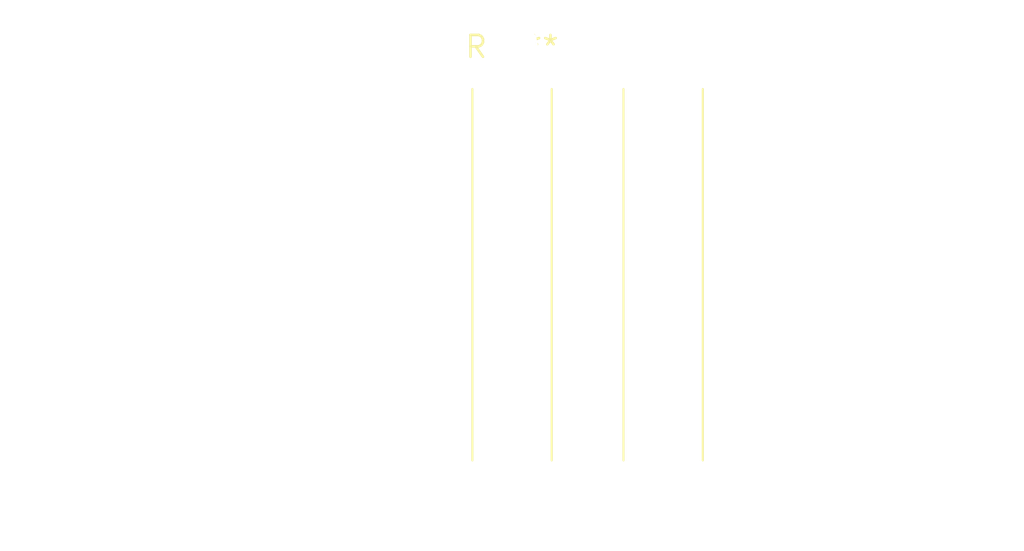
<source format=kicad_pcb>
(kicad_pcb (version 20240108) (generator pcbnew)
  (layers (0 "F.Cu" signal) (31 "B.Cu" signal) (34 "B.Paste" user) (35 "F.Paste" user) (36 "B.SilkS" user "B.Silkscreen") (37 "F.SilkS" user "F.Silkscreen") (38 "B.Mask" user) (39 "F.Mask" user) (44 "Edge.Cuts" user))
  (net 0 "")
  (footprint "SolderWire-2.5sqmm_1x02_P8.8mm_D2.4mm_OD4.4mm_Relief" (layer "F.Cu") (at 0 0)
    (property "Reference" "REF**")
    (property "Value" "SolderWire-2.5sqmm_1x02_P8.8mm_D2.4mm_OD4.4mm_Relief")
    (fp_line (start -2.31 2.46) (end -2.31 24.09) (layer "F.SilkS") (stroke (width 0.12)))
    (fp_line (start 2.31 2.46) (end 2.31 24.09) (layer "F.SilkS") (stroke (width 0.12)))
    (fp_line (start 6.49 2.46) (end 6.49 24.09) (layer "F.SilkS") (stroke (width 0.12)))
    (fp_line (start 11.11 2.46) (end 11.11 24.09) (layer "F.SilkS") (stroke (width 0.12)))
    (pad "" np_thru_hole circle (at 0 26.4) (size 4.9 4.9) (drill 4.9) (layers *.Cu *.Mask))
    (pad "" np_thru_hole circle (at 8.8 26.4) (size 4.9 4.9) (drill 4.9) (layers *.Cu *.Mask))
    (pad "1" thru_hole roundrect (at 0 0) (size 4.4 4.4) (drill 3) (layers *.Cu *.Mask) (remove_unused_layers) (roundrect_rratio 0.056818))
    (pad "2" thru_hole circle (at 8.8 0) (size 4.4 4.4) (drill 3) (layers *.Cu *.Mask) (remove_unused_layers))
  )
)
</source>
